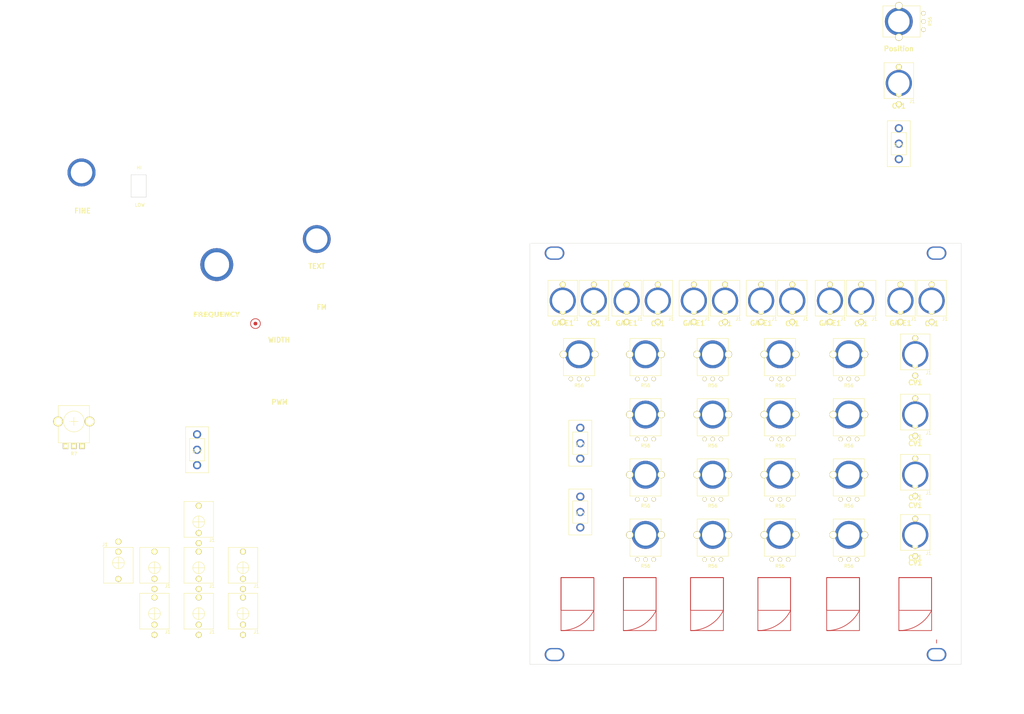
<source format=kicad_pcb>
(kicad_pcb (version 20241229) (generator "pcbnew") (generator_version "9.0")
  (layers (0 "F.Cu" signal) (2 "B.Cu" signal) (13 "F.Paste" user) (15 "B.Paste" user) (5 "F.SilkS" user "F.Silkscreen") (7 "B.SilkS" user "B.Silkscreen") (1 "F.Mask" user) (3 "B.Mask" user) (25 "Edge.Cuts" user))
  (net 0 "")
  (net 1 "-5v")
  (net 2 "Net-(R15-Pad1)")
  (net 3 "5v")
  (net 4 "GNDREF")
  (net 5 "IN1")
  (net 6 "Net-(C1-Pad2)")
  (footprint "Eurocad:jack_pot" (layer "F.Cu") (at 59.5 17.5)
    (property "Reference" "REF**" (hide yes))
    (property "Value" "jack_pot")
    (pad "1" thru_hole circle (at 0 0) (size 8 8) (drill 6.5) (layers "*.Cu" "*.Mask"))
  )
  (footprint "Eurocad:mounting_hole_copy" (layer "F.Cu") (at 7.5 125.5)
    (property "Reference" "REF**" (hide yes))
    (property "Value" "mounting_hole")
    (pad "1" thru_hole oval (at 0 0) (size 6 4) (drill oval 5 3.2) (layers "*.Cu" "*.Mask"))
  )
  (footprint "Eurocad:jack_pot" (layer "F.Cu") (at 97.25 70.616666 -90)
    (property "Reference" "REF**" (hide yes))
    (property "Value" "jack_pot" (hide yes))
    (pad "" thru_hole circle (at 0 0 270) (size 8.5 8.5) (drill 6.5) (layers "*.Cu" "*.Mask"))
  )
  (footprint "Eurocad:jack_pot" (layer "F.Cu") (at 117.5 88.983333)
    (property "Reference" "REF**" (hide yes))
    (property "Value" "jack_pot")
    (pad "1" thru_hole circle (at 0 0) (size 8 8) (drill 6.5) (layers "*.Cu" "*.Mask"))
  )
  (footprint "Eurocad:Alpha9mmPot" (layer "F.Cu") (at 35.25 52.25)
    (property "Reference" "R56" (at 0 9.5 0) (layer "F.SilkS"))
    (property "Value" "potentiometer")
    (pad "" thru_hole circle (at -4.8 0) (size 2.2 2.2) (drill 1.8) (layers "*.Cu" "*.Mask" "F.SilkS"))
    (pad "" thru_hole circle (at 4.8 0) (size 2.2 2.2) (drill 1.8) (layers "*.Cu" "*.Mask" "F.SilkS"))
    (pad "1" thru_hole circle (at -2.5 7.5) (size 1.3 1.3) (drill 1) (layers "*.Cu" "*.Mask" "F.SilkS") (net 1 "-5v"))
    (pad "2" thru_hole circle (at 0 7.5) (size 1.3 1.3) (drill 1) (layers "*.Cu" "*.Mask" "F.SilkS") (net 2 "Net-(R15-Pad1)"))
    (pad "3" thru_hole circle (at 2.5 7.5) (size 1.3 1.3) (drill 1) (layers "*.Cu" "*.Mask" "F.SilkS") (net 3 "5v"))
  )
  (footprint "Eurocad:PJ301M-12" (layer "F.Cu") (at 91.5 17.5)
    (property "Reference" "J1" (at 4.064 5.588 0) (layer "F.SilkS"))
    (property "Value" "PJ301M-12")
    (pad "1" thru_hole circle (at 0 6.48) (size 1.8 1.8) (drill 1.02) (layers "*.Cu" "*.Mask" "F.SilkS"))
    (pad "2" thru_hole circle (at 0 3.38) (size 1.8 1.8) (drill 1.02) (layers "*.Cu" "*.Mask" "F.SilkS"))
    (pad "3" thru_hole circle (at 0 -4.92) (size 1.8 1.8) (drill 1.02) (layers "*.Cu" "*.Mask" "F.SilkS"))
  )
  (footprint "Eurocad:PJ301M-12" (layer "F.Cu") (at 117.5 70.616666)
    (property "Reference" "J1" (at 4.064 5.588 0) (layer "F.SilkS"))
    (property "Value" "PJ301M-12")
    (pad "1" thru_hole circle (at 0 6.48) (size 1.8 1.8) (drill 1.02) (layers "*.Cu" "*.Mask" "F.SilkS"))
    (pad "2" thru_hole circle (at 0 3.38) (size 1.8 1.8) (drill 1.02) (layers "*.Cu" "*.Mask" "F.SilkS"))
    (pad "3" thru_hole circle (at 0 -4.92) (size 1.8 1.8) (drill 1.02) (layers "*.Cu" "*.Mask" "F.SilkS"))
  )
  (footprint "Eurocad:jack_pot" (layer "F.Cu") (at 55.75 33.883333 -90)
    (property "Reference" "REF**" (hide yes))
    (property "Value" "jack_pot" (hide yes))
    (pad "" thru_hole circle (at 0 0 270) (size 8.5 8.5) (drill 6.5) (layers "*.Cu" "*.Mask"))
  )
  (footprint "Eurocad:PJ301M-12" (layer "F.Cu") (at 29.5 17.5)
    (property "Reference" "J1" (at 4.064 5.588 0) (layer "F.SilkS"))
    (property "Value" "PJ301M-12")
    (pad "1" thru_hole circle (at 0 6.48) (size 1.8 1.8) (drill 1.02) (layers "*.Cu" "*.Mask" "F.SilkS"))
    (pad "2" thru_hole circle (at 0 3.38) (size 1.8 1.8) (drill 1.02) (layers "*.Cu" "*.Mask" "F.SilkS"))
    (pad "3" thru_hole circle (at 0 -4.92) (size 1.8 1.8) (drill 1.02) (layers "*.Cu" "*.Mask" "F.SilkS"))
  )
  (footprint "Eurocad:jack_pot" (layer "F.Cu") (at 55.75 52.25 -90)
    (property "Reference" "REF**" (hide yes))
    (property "Value" "jack_pot" (hide yes))
    (pad "" thru_hole circle (at 0 0 270) (size 8.5 8.5) (drill 6.5) (layers "*.Cu" "*.Mask"))
  )
  (footprint "Eurocad:Alpha9mmPot" (layer "F.Cu") (at 112.5 -67.7 90)
    (property "Reference" "R56" (at 0 9.5 90) (layer "F.SilkS"))
    (property "Value" "potentiometer")
    (pad "" thru_hole circle (at -4.8 0 90) (size 2.2 2.2) (drill 1.8) (layers "*.Cu" "*.Mask" "F.SilkS"))
    (pad "" thru_hole circle (at 4.8 0 90) (size 2.2 2.2) (drill 1.8) (layers "*.Cu" "*.Mask" "F.SilkS"))
    (pad "1" thru_hole circle (at -2.5 7.5 90) (size 1.3 1.3) (drill 1) (layers "*.Cu" "*.Mask" "F.SilkS") (net 1 "-5v"))
    (pad "2" thru_hole circle (at 0 7.5 90) (size 1.3 1.3) (drill 1) (layers "*.Cu" "*.Mask" "F.SilkS") (net 2 "Net-(R15-Pad1)"))
    (pad "3" thru_hole circle (at 2.5 7.5 90) (size 1.3 1.3) (drill 1) (layers "*.Cu" "*.Mask" "F.SilkS") (net 3 "5v"))
  )
  (footprint "Eurocad:Alpha9mmPot" (layer "F.Cu") (at 76.25 70.616666)
    (property "Reference" "R56" (at 0 9.5 0) (layer "F.SilkS"))
    (property "Value" "potentiometer")
    (pad "" thru_hole circle (at -4.8 0) (size 2.2 2.2) (drill 1.8) (layers "*.Cu" "*.Mask" "F.SilkS"))
    (pad "" thru_hole circle (at 4.8 0) (size 2.2 2.2) (drill 1.8) (layers "*.Cu" "*.Mask" "F.SilkS"))
    (pad "1" thru_hole circle (at -2.5 7.5) (size 1.3 1.3) (drill 1) (layers "*.Cu" "*.Mask" "F.SilkS") (net 1 "-5v"))
    (pad "2" thru_hole circle (at 0 7.5) (size 1.3 1.3) (drill 1) (layers "*.Cu" "*.Mask" "F.SilkS") (net 2 "Net-(R15-Pad1)"))
    (pad "3" thru_hole circle (at 2.5 7.5) (size 1.3 1.3) (drill 1) (layers "*.Cu" "*.Mask" "F.SilkS") (net 3 "5v"))
  )
  (footprint "Eurocad:Alpha9mmPot" (layer "F.Cu") (at 76.25 33.883333)
    (property "Reference" "R56" (at 0 9.5 0) (layer "F.SilkS"))
    (property "Value" "potentiometer")
    (pad "" thru_hole circle (at -4.8 0) (size 2.2 2.2) (drill 1.8) (layers "*.Cu" "*.Mask" "F.SilkS"))
    (pad "" thru_hole circle (at 4.8 0) (size 2.2 2.2) (drill 1.8) (layers "*.Cu" "*.Mask" "F.SilkS"))
    (pad "1" thru_hole circle (at -2.5 7.5) (size 1.3 1.3) (drill 1) (layers "*.Cu" "*.Mask" "F.SilkS") (net 1 "-5v"))
    (pad "2" thru_hole circle (at 0 7.5) (size 1.3 1.3) (drill 1) (layers "*.Cu" "*.Mask" "F.SilkS") (net 2 "Net-(R15-Pad1)"))
    (pad "3" thru_hole circle (at 2.5 7.5) (size 1.3 1.3) (drill 1) (layers "*.Cu" "*.Mask" "F.SilkS") (net 3 "5v"))
  )
  (footprint "Eurocad:PJ301M-12" (layer "F.Cu") (at 117.5 52.25)
    (property "Reference" "J1" (at 4.064 5.588 0) (layer "F.SilkS"))
    (property "Value" "PJ301M-12")
    (pad "1" thru_hole circle (at 0 6.48) (size 1.8 1.8) (drill 1.02) (layers "*.Cu" "*.Mask" "F.SilkS"))
    (pad "2" thru_hole circle (at 0 3.38) (size 1.8 1.8) (drill 1.02) (layers "*.Cu" "*.Mask" "F.SilkS"))
    (pad "3" thru_hole circle (at 0 -4.92) (size 1.8 1.8) (drill 1.02) (layers "*.Cu" "*.Mask" "F.SilkS"))
  )
  (footprint "Eurocad:jack_pot" (layer "F.Cu") (at 97.25 88.983333 -90)
    (property "Reference" "REF**" (hide yes))
    (property "Value" "jack_pot" (hide yes))
    (pad "" thru_hole circle (at 0 0 270) (size 8.5 8.5) (drill 6.5) (layers "*.Cu" "*.Mask"))
  )
  (footprint "Eurocad:jack_pot" (layer "F.Cu") (at 80 17.5)
    (property "Reference" "REF**" (hide yes))
    (property "Value" "jack_pot")
    (pad "1" thru_hole circle (at 0 0) (size 8 8) (drill 6.5) (layers "*.Cu" "*.Mask"))
  )
  (footprint "scannerFilter:NKK-Switch-1pole" (layer "F.Cu") (at 112.5 -30.4)
    (property "Reference" "SW1" (at 0 0.5 0) (layer "F.SilkS"))
    (property "Value" "NKK-Switches")
    (pad "1" thru_hole circle (at 0 -4.7) (size 2.5 2.5) (drill 1.6) (layers "*.Cu" "*.Mask"))
    (pad "2" thru_hole circle (at 0 0) (size 2.5 2.5) (drill 1.6) (layers "*.Cu" "*.Mask"))
    (pad "3" thru_hole circle (at 0 4.7) (size 2.5 2.5) (drill 1.6) (layers "*.Cu" "*.Mask"))
  )
  (footprint "Eurocad:PJ301M-12" (layer "F.Cu") (at 122.5 17.5)
    (property "Reference" "J1" (at 4.064 5.588 0) (layer "F.SilkS"))
    (property "Value" "PJ301M-12")
    (pad "1" thru_hole circle (at 0 6.48) (size 1.8 1.8) (drill 1.02) (layers "*.Cu" "*.Mask" "F.SilkS"))
    (pad "2" thru_hole circle (at 0 3.38) (size 1.8 1.8) (drill 1.02) (layers "*.Cu" "*.Mask" "F.SilkS"))
    (pad "3" thru_hole circle (at 0 -4.92) (size 1.8 1.8) (drill 1.02) (layers "*.Cu" "*.Mask" "F.SilkS"))
  )
  (footprint "Eurocad:mounting_hole_copy" (layer "F.Cu") (at 7.5 3)
    (property "Reference" "REF**" (hide yes))
    (property "Value" "mounting_hole")
    (pad "1" thru_hole oval (at 0 0) (size 6 4) (drill oval 5 3.2) (layers "*.Cu" "*.Mask"))
  )
  (footprint "Eurocad:mounting_hole_copy" (layer "F.Cu") (at 124 125.5)
    (property "Reference" "REF**" (hide yes))
    (property "Value" "mounting_hole")
    (pad "1" thru_hole oval (at 0 0) (size 6 4) (drill oval 5 3.2) (layers "*.Cu" "*.Mask"))
  )
  (footprint "Eurocad:jack_pot" (layer "F.Cu") (at 10 17.5)
    (property "Reference" "REF**" (hide yes))
    (property "Value" "jack_pot" (hide yes))
    (pad "1" thru_hole circle (at 0 0) (size 8 8) (drill 6.5) (layers "*.Cu" "*.Mask"))
  )
  (footprint "Eurocad:pot_hole_7.5mm" (layer "F.Cu") (at -95.5 6.5)
    (property "Reference" "REF**" (hide yes))
    (property "Value" "pot_hole_7.5mm" (hide yes))
    (pad "1" thru_hole circle (at 0 0) (size 10 10) (drill 7.5) (layers "*.Cu" "*.Mask"))
  )
  (footprint "Eurocad:jack_pot" (layer "F.Cu") (at 15 33.883333 -90)
    (property "Reference" "REF**" (hide yes))
    (property "Value" "jack_pot" (hide yes))
    (pad "" thru_hole circle (at 0 0 270) (size 8.5 8.5) (drill 6.5) (layers "*.Cu" "*.Mask"))
  )
  (footprint "Eurocad:PJ301M-12" (layer "F.Cu") (at -114.5 113)
    (property "Reference" "J1" (at 4.064 5.588 0) (layer "F.SilkS"))
    (property "Value" "PJ301M-12")
    (pad "1" thru_hole circle (at 0 6.48) (size 1.8 1.8) (drill 1.02) (layers "*.Cu" "*.Mask" "F.SilkS"))
    (pad "2" thru_hole circle (at 0 3.38) (size 1.8 1.8) (drill 1.02) (layers "*.Cu" "*.Mask" "F.SilkS"))
    (pad "3" thru_hole circle (at 0 -4.92) (size 1.8 1.8) (drill 1.02) (layers "*.Cu" "*.Mask" "F.SilkS"))
  )
  (footprint "Eurocad:Alpha9mmPot" (layer "F.Cu") (at 76.25 88.983333)
    (property "Reference" "R56" (at 0 9.5 0) (layer "F.SilkS"))
    (property "Value" "potentiometer")
    (pad "" thru_hole circle (at -4.8 0) (size 2.2 2.2) (drill 1.8) (layers "*.Cu" "*.Mask" "F.SilkS"))
    (pad "" thru_hole circle (at 4.8 0) (size 2.2 2.2) (drill 1.8) (layers "*.Cu" "*.Mask" "F.SilkS"))
    (pad "1" thru_hole circle (at -2.5 7.5) (size 1.3 1.3) (drill 1) (layers "*.Cu" "*.Mask" "F.SilkS") (net 1 "-5v"))
    (pad "2" thru_hole circle (at 0 7.5) (size 1.3 1.3) (drill 1) (layers "*.Cu" "*.Mask" "F.SilkS") (net 2 "Net-(R15-Pad1)"))
    (pad "3" thru_hole circle (at 2.5 7.5) (size 1.3 1.3) (drill 1) (layers "*.Cu" "*.Mask" "F.SilkS") (net 3 "5v"))
  )
  (footprint "Eurocad:pot_hole_7.5mm" (layer "F.Cu") (at -95.5 6.5)
    (property "Reference" "REF**" (hide yes))
    (property "Value" "pot_hole_7.5mm" (hide yes))
    (pad "1" thru_hole circle (at 0 0) (size 10 10) (drill 7.5) (layers "*.Cu" "*.Mask"))
  )
  (footprint "Eurocad:jack_pot" (layer "F.Cu") (at 117.5 52.25)
    (property "Reference" "REF**" (hide yes))
    (property "Value" "jack_pot")
    (pad "1" thru_hole circle (at 0 0) (size 8 8) (drill 6.5) (layers "*.Cu" "*.Mask"))
  )
  (footprint "Eurocad:jack_pot" (layer "F.Cu") (at 39 17.5)
    (property "Reference" "REF**" (hide yes))
    (property "Value" "jack_pot")
    (pad "1" thru_hole circle (at 0 0) (size 8 8) (drill 6.5) (layers "*.Cu" "*.Mask"))
  )
  (footprint "Eurocad:jack_pot" (layer "F.Cu") (at 91.5 17.5)
    (property "Reference" "REF**" (hide yes))
    (property "Value" "jack_pot" (hide yes))
    (pad "1" thru_hole circle (at 0 0) (size 8 8) (drill 6.5) (layers "*.Cu" "*.Mask"))
  )
  (footprint "scannerFilter:NKK-Switch-1pole" (layer "F.Cu") (at 15.3625 61)
    (property "Reference" "SW1" (at 0 0.5 0) (layer "F.SilkS"))
    (property "Value" "NKK-Switches")
    (pad "1" thru_hole circle (at 0 -4.7) (size 2.5 2.5) (drill 1.6) (layers "*.Cu" "*.Mask"))
    (pad "2" thru_hole circle (at 0 0) (size 2.5 2.5) (drill 1.6) (layers "*.Cu" "*.Mask"))
    (pad "3" thru_hole circle (at 0 4.7) (size 2.5 2.5) (drill 1.6) (layers "*.Cu" "*.Mask"))
  )
  (footprint "scannerFilter:NKK-Switch-1pole" (layer "F.Cu") (at -101.5 63)
    (property "Reference" "SW1" (at 0 0.5 0) (layer "F.SilkS"))
    (property "Value" "NKK-Switches")
    (pad "1" thru_hole circle (at 0 -4.7) (size 2.5 2.5) (drill 1.6) (layers "*.Cu" "*.Mask"))
    (pad "2" thru_hole circle (at 0 0) (size 2.5 2.5) (drill 1.6) (layers "*.Cu" "*.Mask"))
    (pad "3" thru_hole circle (at 0 4.7) (size 2.5 2.5) (drill 1.6) (layers "*.Cu" "*.Mask"))
  )
  (footprint "Eurocad:Alpha9mmPot" (layer "F.Cu") (at 55.75 70.616666)
    (property "Reference" "R56" (at 0 9.5 0) (layer "F.SilkS"))
    (property "Value" "potentiometer")
    (pad "" thru_hole circle (at -4.8 0) (size 2.2 2.2) (drill 1.8) (layers "*.Cu" "*.Mask" "F.SilkS"))
    (pad "" thru_hole circle (at 4.8 0) (size 2.2 2.2) (drill 1.8) (layers "*.Cu" "*.Mask" "F.SilkS"))
    (pad "1" thru_hole circle (at -2.5 7.5) (size 1.3 1.3) (drill 1) (layers "*.Cu" "*.Mask" "F.SilkS") (net 1 "-5v"))
    (pad "2" thru_hole circle (at 0 7.5) (size 1.3 1.3) (drill 1) (layers "*.Cu" "*.Mask" "F.SilkS") (net 2 "Net-(R15-Pad1)"))
    (pad "3" thru_hole circle (at 2.5 7.5) (size 1.3 1.3) (drill 1) (layers "*.Cu" "*.Mask" "F.SilkS") (net 3 "5v"))
  )
  (footprint "Eurocad:PJ301M-12" (layer "F.Cu") (at 117.5 88.983333)
    (property "Reference" "J1" (at 4.064 5.588 0) (layer "F.SilkS"))
    (property "Value" "PJ301M-12")
    (pad "1" thru_hole circle (at 0 6.48) (size 1.8 1.8) (drill 1.02) (layers "*.Cu" "*.Mask" "F.SilkS"))
    (pad "2" thru_hole circle (at 0 3.38) (size 1.8 1.8) (drill 1.02) (layers "*.Cu" "*.Mask" "F.SilkS"))
    (pad "3" thru_hole circle (at 0 -4.92) (size 1.8 1.8) (drill 1.02) (layers "*.Cu" "*.Mask" "F.SilkS"))
  )
  (footprint "Eurocad:Alpha9mmPot" (layer "F.Cu") (at 55.75 88.983333)
    (property "Reference" "R56" (at 0 9.5 0) (layer "F.SilkS"))
    (property "Value" "potentiometer")
    (pad "" thru_hole circle (at -4.8 0) (size 2.2 2.2) (drill 1.8) (layers "*.Cu" "*.Mask" "F.SilkS"))
    (pad "" thru_hole circle (at 4.8 0) (size 2.2 2.2) (drill 1.8) (layers "*.Cu" "*.Mask" "F.SilkS"))
    (pad "1" thru_hole circle (at -2.5 7.5) (size 1.3 1.3) (drill 1) (layers "*.Cu" "*.Mask" "F.SilkS") (net 1 "-5v"))
    (pad "2" thru_hole circle (at 0 7.5) (size 1.3 1.3) (drill 1) (layers "*.Cu" "*.Mask" "F.SilkS") (net 2 "Net-(R15-Pad1)"))
    (pad "3" thru_hole circle (at 2.5 7.5) (size 1.3 1.3) (drill 1) (layers "*.Cu" "*.Mask" "F.SilkS") (net 3 "5v"))
  )
  (footprint "Eurocad:PJ301M-12" (layer "F.Cu") (at 101 17.5)
    (property "Reference" "J1" (at 4.064 5.588 0) (layer "F.SilkS"))
    (property "Value" "PJ301M-12")
    (pad "1" thru_hole circle (at 0 6.48) (size 1.8 1.8) (drill 1.02) (layers "*.Cu" "*.Mask" "F.SilkS"))
    (pad "2" thru_hole circle (at 0 3.38) (size 1.8 1.8) (drill 1.02) (layers "*.Cu" "*.Mask" "F.SilkS"))
    (pad "3" thru_hole circle (at 0 -4.92) (size 1.8 1.8) (drill 1.02) (layers "*.Cu" "*.Mask" "F.SilkS"))
  )
  (footprint "Eurocad:Alpha9mmPot" (layer "F.Cu") (at 55.75 52.25)
    (property "Reference" "R56" (at 0 9.5 0) (layer "F.SilkS"))
    (property "Value" "potentiometer")
    (pad "" thru_hole circle (at -4.8 0) (size 2.2 2.2) (drill 1.8) (layers "*.Cu" "*.Mask" "F.SilkS"))
    (pad "" thru_hole circle (at 4.8 0) (size 2.2 2.2) (drill 1.8) (layers "*.Cu" "*.Mask" "F.SilkS"))
    (pad "1" thru_hole circle (at -2.5 7.5) (size 1.3 1.3) (drill 1) (layers "*.Cu" "*.Mask" "F.SilkS") (net 1 "-5v"))
    (pad "2" thru_hole circle (at 0 7.5) (size 1.3 1.3) (drill 1) (layers "*.Cu" "*.Mask" "F.SilkS") (net 2 "Net-(R15-Pad1)"))
    (pad "3" thru_hole circle (at 2.5 7.5) (size 1.3 1.3) (drill 1) (layers "*.Cu" "*.Mask" "F.SilkS") (net 3 "5v"))
  )
  (footprint "Eurocad:Alpha9mmPot" (layer "F.Cu") (at 97.25 70.616666)
    (property "Reference" "R56" (at 0 9.5 0) (layer "F.SilkS"))
    (property "Value" "potentiometer")
    (pad "" thru_hole circle (at -4.8 0) (size 2.2 2.2) (drill 1.8) (layers "*.Cu" "*.Mask" "F.SilkS"))
    (pad "" thru_hole circle (at 4.8 0) (size 2.2 2.2) (drill 1.8) (layers "*.Cu" "*.Mask" "F.SilkS"))
    (pad "1" thru_hole circle (at -2.5 7.5) (size 1.3 1.3) (drill 1) (layers "*.Cu" "*.Mask" "F.SilkS") (net 1 "-5v"))
    (pad "2" thru_hole circle (at 0 7.5) (size 1.3 1.3) (drill 1) (layers "*.Cu" "*.Mask" "F.SilkS") (net 2 "Net-(R15-Pad1)"))
    (pad "3" thru_hole circle (at 2.5 7.5) (size 1.3 1.3) (drill 1) (layers "*.Cu" "*.Mask" "F.SilkS") (net 3 "5v"))
  )
  (footprint "Eurocad:PJ301M-12" (layer "F.Cu") (at -101 99)
    (property "Reference" "J1" (at 4.064 5.588 0) (layer "F.SilkS"))
    (property "Value" "PJ301M-12")
    (pad "1" thru_hole circle (at 0 6.48) (size 1.8 1.8) (drill 1.02) (layers "*.Cu" "*.Mask" "F.SilkS"))
    (pad "2" thru_hole circle (at 0 3.38) (size 1.8 1.8) (drill 1.02) (layers "*.Cu" "*.Mask" "F.SilkS"))
    (pad "3" thru_hole circle (at 0 -4.92) (size 1.8 1.8) (drill 1.02) (layers "*.Cu" "*.Mask" "F.SilkS"))
  )
  (footprint "Eurocad:Alpha9mmPot" (layer "F.Cu") (at 76.25 52.25)
    (property "Reference" "R56" (at 0 9.5 0) (layer "F.SilkS"))
    (property "Value" "potentiometer")
    (pad "" thru_hole circle (at -4.8 0) (size 2.2 2.2) (drill 1.8) (layers "*.Cu" "*.Mask" "F.SilkS"))
    (pad "" thru_hole circle (at 4.8 0) (size 2.2 2.2) (drill 1.8) (layers "*.Cu" "*.Mask" "F.SilkS"))
    (pad "1" thru_hole circle (at -2.5 7.5) (size 1.3 1.3) (drill 1) (layers "*.Cu" "*.Mask" "F.SilkS") (net 1 "-5v"))
    (pad "2" thru_hole circle (at 0 7.5) (size 1.3 1.3) (drill 1) (layers "*.Cu" "*.Mask" "F.SilkS") (net 2 "Net-(R15-Pad1)"))
    (pad "3" thru_hole circle (at 2.5 7.5) (size 1.3 1.3) (drill 1) (layers "*.Cu" "*.Mask" "F.SilkS") (net 3 "5v"))
  )
  (footprint "Eurocad:PJ301M-12" (layer "F.Cu") (at -101 85)
    (property "Reference" "J1" (at 4.064 5.588 0) (layer "F.SilkS"))
    (property "Value" "PJ301M-12")
    (pad "1" thru_hole circle (at 0 6.48) (size 1.8 1.8) (drill 1.02) (layers "*.Cu" "*.Mask" "F.SilkS"))
    (pad "2" thru_hole circle (at 0 3.38) (size 1.8 1.8) (drill 1.02) (layers "*.Cu" "*.Mask" "F.SilkS"))
    (pad "3" thru_hole circle (at 0 -4.92) (size 1.8 1.8) (drill 1.02) (layers "*.Cu" "*.Mask" "F.SilkS"))
  )
  (footprint "Eurocad:mounting_hole_copy" (layer "F.Cu") (at 124 3)
    (property "Reference" "REF**" (hide yes))
    (property "Value" "mounting_hole")
    (pad "1" thru_hole oval (at 0 0) (size 6 4) (drill oval 5 3.2) (layers "*.Cu" "*.Mask"))
  )
  (footprint "Eurocad:jack_pot" (layer "F.Cu") (at -136.7375 -21.6125)
    (property "Reference" "REF**" (hide yes))
    (property "Value" "jack_pot" (hide yes))
    (pad "" thru_hole circle (at 0 0) (size 8.5 8.5) (drill 6.5) (layers "*.Cu" "*.Mask"))
  )
  (footprint "Eurocad:Alpha9mmPot" (layer "F.Cu") (at 35.25 70.616666)
    (property "Reference" "R56" (at 0 9.5 0) (layer "F.SilkS"))
    (property "Value" "potentiometer")
    (pad "" thru_hole circle (at -4.8 0) (size 2.2 2.2) (drill 1.8) (layers "*.Cu" "*.Mask" "F.SilkS"))
    (pad "" thru_hole circle (at 4.8 0) (size 2.2 2.2) (drill 1.8) (layers "*.Cu" "*.Mask" "F.SilkS"))
    (pad "1" thru_hole circle (at -2.5 7.5) (size 1.3 1.3) (drill 1) (layers "*.Cu" "*.Mask" "F.SilkS") (net 1 "-5v"))
    (pad "2" thru_hole circle (at 0 7.5) (size 1.3 1.3) (drill 1) (layers "*.Cu" "*.Mask" "F.SilkS") (net 2 "Net-(R15-Pad1)"))
    (pad "3" thru_hole circle (at 2.5 7.5) (size 1.3 1.3) (drill 1) (layers "*.Cu" "*.Mask" "F.SilkS") (net 3 "5v"))
  )
  (footprint "Eurocad:PJ301M-12" (layer "F.Cu") (at -87.5 113)
    (property "Reference" "J1" (at 4.064 5.588 0) (layer "F.SilkS"))
    (property "Value" "PJ301M-12")
    (pad "1" thru_hole circle (at 0 6.48) (size 1.8 1.8) (drill 1.02) (layers "*.Cu" "*.Mask" "F.SilkS"))
    (pad "2" thru_hole circle (at 0 3.38) (size 1.8 1.8) (drill 1.02) (layers "*.Cu" "*.Mask" "F.SilkS"))
    (pad "3" thru_hole circle (at 0 -4.92) (size 1.8 1.8) (drill 1.02) (layers "*.Cu" "*.Mask" "F.SilkS"))
  )
  (footprint "Eurocad:PJ301M-12" (layer "F.Cu") (at 59.5 17.5)
    (property "Reference" "J1" (at 4.064 5.588 0) (layer "F.SilkS"))
    (property "Value" "PJ301M-12")
    (pad "1" thru_hole circle (at 0 6.48) (size 1.8 1.8) (drill 1.02) (layers "*.Cu" "*.Mask" "F.SilkS"))
    (pad "2" thru_hole circle (at 0 3.38) (size 1.8 1.8) (drill 1.02) (layers "*.Cu" "*.Mask" "F.SilkS"))
    (pad "3" thru_hole circle (at 0 -4.92) (size 1.8 1.8) (drill 1.02) (layers "*.Cu" "*.Mask" "F.SilkS"))
  )
  (footprint "Eurocad:PJ301M-12" (layer "F.Cu") (at 19.5 17.5)
    (property "Reference" "J1" (at 4.064 5.588 0) (layer "F.SilkS"))
    (property "Value" "PJ301M-12")
    (pad "1" thru_hole circle (at 0 6.48) (size 1.8 1.8) (drill 1.02) (layers "*.Cu" "*.Mask" "F.SilkS"))
    (pad "2" thru_hole circle (at 0 3.38) (size 1.8 1.8) (drill 1.02) (layers "*.Cu" "*.Mask" "F.SilkS"))
    (pad "3" thru_hole circle (at 0 -4.92) (size 1.8 1.8) (drill 1.02) (layers "*.Cu" "*.Mask" "F.SilkS"))
  )
  (footprint "Eurocad:PJ301M-12" (layer "F.Cu") (at -125.5 97.5 180)
    (property "Reference" "J1" (at 4.064 5.588 0) (layer "F.SilkS"))
    (property "Value" "PJ301M-12")
    (pad "1" thru_hole circle (at 0 6.48 180) (size 1.8 1.8) (drill 1.02) (layers "*.Cu" "*.Mask" "F.SilkS"))
    (pad "2" thru_hole circle (at 0 3.38 180) (size 1.8 1.8) (drill 1.02) (layers "*.Cu" "*.Mask" "F.SilkS"))
    (pad "3" thru_hole circle (at 0 -4.92 180) (size 1.8 1.8) (drill 1.02) (layers "*.Cu" "*.Mask" "F.SilkS"))
  )
  (footprint "Eurocad:PJ301M-12" (layer "F.Cu") (at 112.5 -48.9)
    (property "Reference" "J1" (at 4.064 5.588 0) (layer "F.SilkS"))
    (property "Value" "PJ301M-12")
    (pad "1" thru_hole circle (at 0 6.48) (size 1.8 1.8) (drill 1.02) (layers "*.Cu" "*.Mask" "F.SilkS"))
    (pad "2" thru_hole circle (at 0 3.38) (size 1.8 1.8) (drill 1.02) (layers "*.Cu" "*.Mask" "F.SilkS"))
    (pad "3" thru_hole circle (at 0 -4.92) (size 1.8 1.8) (drill 1.02) (layers "*.Cu" "*.Mask" "F.SilkS"))
  )
  (footprint "scannerFilter:NKK_SWITCH_CUTOUT" (layer "F.Cu") (at -119.325 -17.5)
    (property "Reference" "REF**" (hide yes))
    (property "Value" "NKK_SWITCH_CUTOUT" (hide yes))
    (fp_line (start -2.3 -3.4) (end -2.3 3.4) (stroke (width 0.12)) (layer "Edge.Cuts"))
    (fp_line (start -2.3 3.4) (end 2.3 3.4) (stroke (width 0.12)) (layer "Edge.Cuts"))
    (fp_line (start 2.3 -3.4) (end -2.3 -3.4) (stroke (width 0.12)) (layer "Edge.Cuts"))
    (fp_line (start 2.3 3.4) (end 2.3 -3.4) (stroke (width 0.12)) (layer "Edge.Cuts"))
  )
  (footprint "Eurocad:jack_pot" (layer "F.Cu") (at 76.25 70.616666 -90)
    (property "Reference" "REF**" (hide yes))
    (property "Value" "jack_pot" (hide yes))
    (pad "" thru_hole circle (at 0 0 270) (size 8.5 8.5) (drill 6.5) (layers "*.Cu" "*.Mask"))
  )
  (footprint "Eurocad:jack_pot" (layer "F.Cu") (at 112.5 -48.9)
    (property "Reference" "REF**" (hide yes))
    (property "Value" "jack_pot")
    (pad "1" thru_hole circle (at 0 0) (size 8 8) (drill 6.5) (layers "*.Cu" "*.Mask"))
  )
  (footprint "Eurocad:PJ301M-12" (layer "F.Cu") (at 80 17.5)
    (property "Reference" "J1" (at 4.064 5.588 0) (layer "F.SilkS"))
    (property "Value" "PJ301M-12")
    (pad "1" thru_hole circle (at 0 6.48) (size 1.8 1.8) (drill 1.02) (layers "*.Cu" "*.Mask" "F.SilkS"))
    (pad "2" thru_hole circle (at 0 3.38) (size 1.8 1.8) (drill 1.02) (layers "*.Cu" "*.Mask" "F.SilkS"))
    (pad "3" thru_hole circle (at 0 -4.92) (size 1.8 1.8) (drill 1.02) (layers "*.Cu" "*.Mask" "F.SilkS"))
  )
  (footprint "Eurocad:Alpha9mmPot" (layer "F.Cu") (at 97.25 88.983333)
    (property "Reference" "R56" (at 0 9.5 0) (layer "F.SilkS"))
    (property "Value" "potentiometer")
    (pad "" thru_hole circle (at -4.8 0) (size 2.2 2.2) (drill 1.8) (layers "*.Cu" "*.Mask" "F.SilkS"))
    (pad "" thru_hole circle (at 4.8 0) (size 2.2 2.2) (drill 1.8) (layers "*.Cu" "*.Mask" "F.SilkS"))
    (pad "1" thru_hole circle (at -2.5 7.5) (size 1.3 1.3) (drill 1) (layers "*.Cu" "*.Mask" "F.SilkS") (net 1 "-5v"))
    (pad "2" thru_hole circle (at 0 7.5) (size 1.3 1.3) (drill 1) (layers "*.Cu" "*.Mask" "F.SilkS") (net 2 "Net-(R15-Pad1)"))
    (pad "3" thru_hole circle (at 2.5 7.5) (size 1.3 1.3) (drill 1) (layers "*.Cu" "*.Mask" "F.SilkS") (net 3 "5v"))
  )
  (footprint "Eurocad:Alpha9mmPot" (layer "F.Cu") (at 35.25 88.983333)
    (property "Reference" "R56" (at 0 9.5 0) (layer "F.SilkS"))
    (property "Value" "potentiometer")
    (pad "" thru_hole circle (at -4.8 0) (size 2.2 2.2) (drill 1.8) (layers "*.Cu" "*.Mask" "F.SilkS"))
    (pad "" thru_hole circle (at 4.8 0) (size 2.2 2.2) (drill 1.8) (layers "*.Cu" "*.Mask" "F.SilkS"))
    (pad "1" thru_hole circle (at -2.5 7.5) (size 1.3 1.3) (drill 1) (layers "*.Cu" "*.Mask" "F.SilkS") (net 1 "-5v"))
    (pad "2" thru_hole circle (at 0 7.5) (size 1.3 1.3) (drill 1) (layers "*.Cu" "*.Mask" "F.SilkS") (net 2 "Net-(R15-Pad1)"))
    (pad "3" thru_hole circle (at 2.5 7.5) (size 1.3 1.3) (drill 1) (layers "*.Cu" "*.Mask" "F.SilkS") (net 3 "5v"))
  )
  (footprint "Eurocad:Alpha9mmPot" (layer "F.Cu") (at 15 33.883333)
    (property "Reference" "R56" (at 0 9.5 0) (layer "F.SilkS"))
    (property "Value" "potentiometer")
    (pad "" thru_hole circle (at -4.8 0) (size 2.2 2.2) (drill 1.8) (layers "*.Cu" "*.Mask" "F.SilkS"))
    (pad "" thru_hole circle (at 4.8 0) (size 2.2 2.2) (drill 1.8) (layers "*.Cu" "*.Mask" "F.SilkS"))
    (pad "1" thru_hole circle (at -2.5 7.5) (size 1.3 1.3) (drill 1) (layers "*.Cu" "*.Mask" "F.SilkS") (net 1 "-5v"))
    (pad "2" thru_hole circle (at 0 7.5) (size 1.3 1.3) (drill 1) (layers "*.Cu" "*.Mask" "F.SilkS") (net 2 "Net-(R15-Pad1)"))
    (pad "3" thru_hole circle (at 2.5 7.5) (size 1.3 1.3) (drill 1) (layers "*.Cu" "*.Mask" "F.SilkS") (net 3 "5v"))
  )
  (footprint "Eurocad:Alpha9mmPot" (layer "F.Cu") (at 55.75 33.883333)
    (property "Reference" "R56" (at 0 9.5 0) (layer "F.SilkS"))
    (property "Value" "potentiometer")
    (pad "" thru_hole circle (at -4.8 0) (size 2.2 2.2) (drill 1.8) (layers "*.Cu" "*.Mask" "F.SilkS"))
    (pad "" thru_hole circle (at 4.8 0) (size 2.2 2.2) (drill 1.8) (layers "*.Cu" "*.Mask" "F.SilkS"))
    (pad "1" thru_hole circle (at -2.5 7.5) (size 1.3 1.3) (drill 1) (layers "*.Cu" "*.Mask" "F.SilkS") (net 1 "-5v"))
    (pad "2" thru_hole circle (at 0 7.5) (size 1.3 1.3) (drill 1) (layers "*.Cu" "*.Mask" "F.SilkS") (net 2 "Net-(R15-Pad1)"))
    (pad "3" thru_hole circle (at 2.5 7.5) (size 1.3 1.3) (drill 1) (layers "*.Cu" "*.Mask" "F.SilkS") (net 3 "5v"))
  )
  (footprint "Eurocad:jack_pot" (layer "F.Cu") (at -136.7375 -21.6125)
    (property "Reference" "REF**" (hide yes))
    (property "Value" "jack_pot" (hide yes))
    (pad "" thru_hole circle (at 0 0) (size 8.5 8.5) (drill 6.5) (layers "*.Cu" "*.Mask"))
  )
  (footprint "Eurocad:jack_pot" (layer "F.Cu") (at 76.25 88.983333 -90)
    (property "Reference" "REF**" (hide yes))
    (property "Value" "jack_pot" (hide yes))
    (pad "" thru_hole circle (at 0 0 270) (size 8.5 8.5) (drill 6.5) (layers "*.Cu" "*.Mask"))
  )
  (footprint "Eurocad:jack_pot" (layer "F.Cu") (at 76.25 52.25 -90)
    (property "Reference" "REF**" (hide yes))
    (property "Value" "jack_pot" (hide yes))
    (pad "" thru_hole circle (at 0 0 270) (size 8.5 8.5) (drill 6.5) (layers "*.Cu" "*.Mask"))
  )
  (footprint "Eurocad:jack_pot" (layer "F.Cu") (at 35.25 70.616666 -90)
    (property "Reference" "REF**" (hide yes))
    (property "Value" "jack_pot" (hide yes))
    (pad "" thru_hole circle (at 0 0 270) (size 8.5 8.5) (drill 6.5) (layers "*.Cu" "*.Mask"))
  )
  (footprint "Eurocad:PJ301M-12" (layer "F.Cu") (at 39 17.5)
    (property "Reference" "J1" (at 4.064 5.588 0) (layer "F.SilkS"))
    (property "Value" "PJ301M-12")
    (pad "1" thru_hole circle (at 0 6.48) (size 1.8 1.8) (drill 1.02) (layers "*.Cu" "*.Mask" "F.SilkS"))
    (pad "2" thru_hole circle (at 0 3.38) (size 1.8 1.8) (drill 1.02) (layers "*.Cu" "*.Mask" "F.SilkS"))
    (pad "3" thru_hole circle (at 0 -4.92) (size 1.8 1.8) (drill 1.02) (layers "*.Cu" "*.Mask" "F.SilkS"))
  )
  (footprint "Eurocad:jack_pot" (layer "F.Cu") (at 35.25 33.883333 -90)
    (property "Reference" "REF**" (hide yes))
    (property "Value" "jack_pot" (hide yes))
    (pad "" thru_hole circle (at 0 0 270) (size 8.5 8.5) (drill 6.5) (layers "*.Cu" "*.Mask"))
  )
  (footprint "Eurocad:Plastic_Shaft_Pot_9mm" (layer "F.Cu") (at -139.07 54.3625)
    (property "Reference" "R7" (at 0 9.883685 0) (layer "F.SilkS"))
    (property "Value" "potentiometer_plastic_shaft")
    (pad "" thru_hole circle (at -4.8 0) (size 3 3) (drill 2.2) (layers "*.Cu" "*.Mask" "F.SilkS"))
    (pad "" thru_hole circle (at 4.8 0) (size 3 3) (drill 2.2) (layers "*.Cu" "*.Mask" "F.SilkS"))
    (pad "1" thru_hole rect (at -2.5 7.5) (size 1.7 1.7) (drill 1) (layers "*.Cu" "*.Mask" "F.SilkS") (net 4 "GNDREF"))
    (pad "2" thru_hole rect (at 0 7.5) (size 1.7 1.7) (drill 1) (layers "*.Cu" "*.Mask" "F.SilkS") (net 5 "IN1"))
    (pad "3" thru_hole rect (at 2.5 7.5) (size 1.7 1.7) (drill 1) (layers "*.Cu" "*.Mask" "F.SilkS") (net 6 "Net-(C1-Pad2)"))
  )
  (footprint "Eurocad:jack_pot" (layer "F.Cu") (at 97.25 33.883333 -90)
    (property "Reference" "REF**" (hide yes))
    (property "Value" "jack_pot" (hide yes))
    (pad "" thru_hole circle (at 0 0 270) (size 8.5 8.5) (drill 6.5) (layers "*.Cu" "*.Mask"))
  )
  (footprint "Eurocad:jack_pot" (layer "F.Cu") (at 117.5 33.883333)
    (property "Reference" "REF**" (hide yes))
    (property "Value" "jack_pot")
    (pad "1" thru_hole circle (at 0 0) (size 8 8) (drill 6.5) (layers "*.Cu" "*.Mask"))
  )
  (footprint "Eurocad:jack_pot" (layer "F.Cu") (at 122.5 17.5)
    (property "Reference" "REF**" (hide yes))
    (property "Value" "jack_pot")
    (pad "1" thru_hole circle (at 0 0) (size 8 8) (drill 6.5) (layers "*.Cu" "*.Mask"))
  )
  (footprint "Eurocad:jack_pot" (layer "F.Cu") (at 55.75 88.983333 -90)
    (property "Reference" "REF**" (hide yes))
    (property "Value" "jack_pot" (hide yes))
    (pad "" thru_hole circle (at 0 0 270) (size 8.5 8.5) (drill 6.5) (layers "*.Cu" "*.Mask"))
  )
  (footprint "Eurocad:jack_pot" (layer "F.Cu") (at 97.25 52.25 -90)
    (property "Reference" "REF**" (hide yes))
    (property "Value" "jack_pot" (hide yes))
    (pad "" thru_hole circle (at 0 0 270) (size 8.5 8.5) (drill 6.5) (layers "*.Cu" "*.Mask"))
  )
  (footprint "Eurocad:PJ301M-12" (layer "F.Cu") (at -87.5 99)
    (property "Reference" "J1" (at 4.064 5.588 0) (layer "F.SilkS"))
    (property "Value" "PJ301M-12")
    (pad "1" thru_hole circle (at 0 6.48) (size 1.8 1.8) (drill 1.02) (layers "*.Cu" "*.Mask" "F.SilkS"))
    (pad "2" thru_hole circle (at 0 3.38) (size 1.8 1.8) (drill 1.02) (layers "*.Cu" "*.Mask" "F.SilkS"))
    (pad "3" thru_hole circle (at 0 -4.92) (size 1.8 1.8) (drill 1.02) (layers "*.Cu" "*.Mask" "F.SilkS"))
  )
  (footprint "Eurocad:jack_pot" (layer "F.Cu") (at 101 17.5)
    (property "Reference" "REF**" (hide yes))
    (property "Value" "jack_pot")
    (pad "1" thru_hole circle (at 0 0) (size 8 8) (drill 6.5) (layers "*.Cu" "*.Mask"))
  )
  (footprint "Eurocad:PJ301M-12" (layer "F.Cu") (at 113 17.5)
    (property "Reference" "J1" (at 4.064 5.588 0) (layer "F.SilkS"))
    (property "Value" "PJ301M-12")
    (pad "1" thru_hole circle (at 0 6.48) (size 1.8 1.8) (drill 1.02) (layers "*.Cu" "*.Mask" "F.SilkS"))
    (pad "2" thru_hole circle (at 0 3.38) (size 1.8 1.8) (drill 1.02) (layers "*.Cu" "*.Mask" "F.SilkS"))
    (pad "3" thru_hole circle (at 0 -4.92) (size 1.8 1.8) (drill 1.02) (layers "*.Cu" "*.Mask" "F.SilkS"))
  )
  (footprint "Eurocad:PJ301M-12" (layer "F.Cu") (at 117.5 33.883333)
    (property "Reference" "J1" (at 4.064 5.588 0) (layer "F.SilkS"))
    (property "Value" "PJ301M-12")
    (pad "1" thru_hole circle (at 0 6.48) (size 1.8 1.8) (drill 1.02) (layers "*.Cu" "*.Mask" "F.SilkS"))
    (pad "2" thru_hole circle (at 0 3.38) (size 1.8 1.8) (drill 1.02) (layers "*.Cu" "*.Mask" "F.SilkS"))
    (pad "3" thru_hole circle (at 0 -4.92) (size 1.8 1.8) (drill 1.02) (layers "*.Cu" "*.Mask" "F.SilkS"))
  )
  (footprint "Eurocad:jack_pot" (layer "F.Cu") (at 55.75 70.616666 -90)
    (property "Reference" "REF**" (hide yes))
    (property "Value" "jack_pot" (hide yes))
    (pad "" thru_hole circle (at 0 0 270) (size 8.5 8.5) (drill 6.5) (layers "*.Cu" "*.Mask"))
  )
  (footprint "Eurocad:jack_pot" (layer "F.Cu") (at 19.5 17.5)
    (property "Reference" "REF**" (hide yes))
    (property "Value" "jack_pot")
    (pad "1" thru_hole circle (at 0 0) (size 8 8) (drill 6.5) (layers "*.Cu" "*.Mask"))
  )
  (footprint "Eurocad:PJ301M-12" (layer "F.Cu") (at 10 17.5)
    (property "Reference" "J1" (at 4.064 5.588 0) (layer "F.SilkS"))
    (property "Value" "PJ301M-12")
    (pad "1" thru_hole circle (at 0 6.48) (size 1.8 1.8) (drill 1.02) (layers "*.Cu" "*.Mask" "F.SilkS"))
    (pad "2" thru_hole circle (at 0 3.38) (size 1.8 1.8) (drill 1.02) (layers "*.Cu" "*.Mask" "F.SilkS"))
    (pad "3" thru_hole circle (at 0 -4.92) (size 1.8 1.8) (drill 1.02) (layers "*.Cu" "*.Mask" "F.SilkS"))
  )
  (footprint "Eurocad:Alpha9mmPot" (layer "F.Cu") (at 97.25 52.25)
    (property "Reference" "R56" (at 0 9.5 0) (layer "F.SilkS"))
    (property "Value" "potentiometer")
    (pad "" thru_hole circle (at -4.8 0) (size 2.2 2.2) (drill 1.8) (layers "*.Cu" "*.Mask" "F.SilkS"))
    (pad "" thru_hole circle (at 4.8 0) (size 2.2 2.2) (drill 1.8) (layers "*.Cu" "*.Mask" "F.SilkS"))
    (pad "1" thru_hole circle (at -2.5 7.5) (size 1.3 1.3) (drill 1) (layers "*.Cu" "*.Mask" "F.SilkS") (net 1 "-5v"))
    (pad "2" thru_hole circle (at 0 7.5) (size 1.3 1.3) (drill 1) (layers "*.Cu" "*.Mask" "F.SilkS") (net 2 "Net-(R15-Pad1)"))
    (pad "3" thru_hole circle (at 2.5 7.5) (size 1.3 1.3) (drill 1) (layers "*.Cu" "*.Mask" "F.SilkS") (net 3 "5v"))
  )
  (footprint "Eurocad:jack_pot" (layer "F.Cu") (at 113 17.5)
    (property "Reference" "REF**" (hide yes))
    (property "Value" "jack_pot" (hide yes))
    (pad "1" thru_hole circle (at 0 0) (size 8 8) (drill 6.5) (layers "*.Cu" "*.Mask"))
  )
  (footprint "Eurocad:jack_pot" (layer "F.Cu") (at 35.25 88.983333 -90)
    (property "Reference" "REF**" (hide yes))
    (property "Value" "jack_pot" (hide yes))
    (pad "" thru_hole circle (at 0 0 270) (size 8.5 8.5) (drill 6.5) (layers "*.Cu" "*.Mask"))
  )
  (footprint "Eurocad:Alpha9mmPot" (layer "F.Cu") (at 35.25 33.883333)
    (property "Reference" "R56" (at 0 9.5 0) (layer "F.SilkS"))
    (property "Value" "potentiometer")
    (pad "" thru_hole circle (at -4.8 0) (size 2.2 2.2) (drill 1.8) (layers "*.Cu" "*.Mask" "F.SilkS"))
    (pad "" thru_hole circle (at 4.8 0) (size 2.2 2.2) (drill 1.8) (layers "*.Cu" "*.Mask" "F.SilkS"))
    (pad "1" thru_hole circle (at -2.5 7.5) (size 1.3 1.3) (drill 1) (layers "*.Cu" "*.Mask" "F.SilkS") (net 1 "-5v"))
    (pad "2" thru_hole circle (at 0 7.5) (size 1.3 1.3) (drill 1) (layers "*.Cu" "*.Mask" "F.SilkS") (net 2 "Net-(R15-Pad1)"))
    (pad "3" thru_hole circle (at 2.5 7.5) (size 1.3 1.3) (drill 1) (layers "*.Cu" "*.Mask" "F.SilkS") (net 3 "5v"))
  )
  (footprint "Eurocad:jack_pot" (layer "F.Cu") (at 29.5 17.5)
    (property "Reference" "REF**" (hide yes))
    (property "Value" "jack_pot" (hide yes))
    (pad "1" thru_hole circle (at 0 0) (size 8 8) (drill 6.5) (layers "*.Cu" "*.Mask"))
  )
  (footprint "Eurocad:Alpha9mmPot" (layer "F.Cu") (at 97.25 33.883333)
    (property "Reference" "R56" (at 0 9.5 0) (layer "F.SilkS"))
    (property "Value" "potentiometer")
    (pad "" thru_hole circle (at -4.8 0) (size 2.2 2.2) (drill 1.8) (layers "*.Cu" "*.Mask" "F.SilkS"))
    (pad "" thru_hole circle (at 4.8 0) (size 2.2 2.2) (drill 1.8) (layers "*.Cu" "*.Mask" "F.SilkS"))
    (pad "1" thru_hole circle (at -2.5 7.5) (size 1.3 1.3) (drill 1) (layers "*.Cu" "*.Mask" "F.SilkS") (net 1 "-5v"))
    (pad "2" thru_hole circle (at 0 7.5) (size 1.3 1.3) (drill 1) (layers "*.Cu" "*.Mask" "F.SilkS") (net 2 "Net-(R15-Pad1)"))
    (pad "3" thru_hole circle (at 2.5 7.5) (size 1.3 1.3) (drill 1) (layers "*.Cu" "*.Mask" "F.SilkS") (net 3 "5v"))
  )
  (footprint "Eurocad:jack_pot" (layer "F.Cu") (at 76.25 33.883333 -90)
    (property "Reference" "REF**" (hide yes))
    (property "Value" "jack_pot" (hide yes))
    (pad "" thru_hole circle (at 0 0 270) (size 8.5 8.5) (drill 6.5) (layers "*.Cu" "*.Mask"))
  )
  (footprint "Eurocad:jack_pot" (layer "F.Cu") (at -65 -1.3)
    (property "Reference" "REF**" (hide yes))
    (property "Value" "jack_pot" (hide yes))
    (pad "" thru_hole circle (at 0 0) (size 8.5 8.5) (drill 6.5) (layers "*.Cu" "*.Mask"))
  )
  (footprint "Eurocad:PJ301M-12" (layer "F.Cu") (at -114.5 99)
    (property "Reference" "J1" (at 4.064 5.588 0) (layer "F.SilkS"))
    (property "Value" "PJ301M-12")
    (pad "1" thru_hole circle (at 0 6.48) (size 1.8 1.8) (drill 1.02) (layers "*.Cu" "*.Mask" "F.SilkS"))
    (pad "2" thru_hole circle (at 0 3.38) (size 1.8 1.8) (drill 1.02) (layers "*.Cu" "*.Mask" "F.SilkS"))
    (pad "3" thru_hole circle (at 0 -4.92) (size 1.8 1.8) (drill 1.02) (layers "*.Cu" "*.Mask" "F.SilkS"))
  )
  (footprint "Eurocad:jack_pot" (layer "F.Cu") (at 70.5 17.5)
    (property "Reference" "REF**" (hide yes))
    (property "Value" "jack_pot" (hide yes))
    (pad "1" thru_hole circle (at 0 0) (size 8 8) (drill 6.5) (layers "*.Cu" "*.Mask"))
  )
  (footprint "Eurocad:PJ301M-12" (layer "F.Cu") (at 70.5 17.5)
    (property "Reference" "J1" (at 4.064 5.588 0) (layer "F.SilkS"))
    (property "Value" "PJ301M-12")
    (pad "1" thru_hole circle (at 0 6.48) (size 1.8 1.8) (drill 1.02) (layers "*.Cu" "*.Mask" "F.SilkS"))
    (pad "2" thru_hole circle (at 0 3.38) (size 1.8 1.8) (drill 1.02) (layers "*.Cu" "*.Mask" "F.SilkS"))
    (pad "3" thru_hole circle (at 0 -4.92) (size 1.8 1.8) (drill 1.02) (layers "*.Cu" "*.Mask" "F.SilkS"))
  )
  (footprint "Eurocad:jack_pot" (layer "F.Cu") (at 117.5 70.616666)
    (property "Reference" "REF**" (hide yes))
    (property "Value" "jack_pot")
    (pad "1" thru_hole circle (at 0 0) (size 8 8) (drill 6.5) (layers "*.Cu" "*.Mask"))
  )
  (footprint "scannerFilter:NKK-Switch-1pole" (layer "F.Cu") (at 15.3625 82)
    (property "Reference" "SW1" (at 0 0.5 0) (layer "F.SilkS"))
    (property "Value" "NKK-Switches")
    (pad "1" thru_hole circle (at 0 -4.7) (size 2.5 2.5) (drill 1.6) (layers "*.Cu" "*.Mask"))
    (pad "2" thru_hole circle (at 0 0) (size 2.5 2.5) (drill 1.6) (layers "*.Cu" "*.Mask"))
    (pad "3" thru_hole circle (at 0 4.7) (size 2.5 2.5) (drill 1.6) (layers "*.Cu" "*.Mask"))
  )
  (footprint "Eurocad:PJ301M-12" (layer "F.Cu") (at 50 17.5)
    (property "Reference" "J1" (at 4.064 5.588 0) (layer "F.SilkS"))
    (property "Value" "PJ301M-12")
    (pad "1" thru_hole circle (at 0 6.48) (size 1.8 1.8) (drill 1.02) (layers "*.Cu" "*.Mask" "F.SilkS"))
    (pad "2" thru_hole circle (at 0 3.38) (size 1.8 1.8) (drill 1.02) (layers "*.Cu" "*.Mask" "F.SilkS"))
    (pad "3" thru_hole circle (at 0 -4.92) (size 1.8 1.8) (drill 1.02) (layers "*.Cu" "*.Mask" "F.SilkS"))
  )
  (footprint "Eurocad:jack_pot" (layer "F.Cu") (at 50 17.5)
    (property "Reference" "REF**" (hide yes))
    (property "Value" "jack_pot" (hide yes))
    (pad "1" thru_hole circle (at 0 0) (size 8 8) (drill 6.5) (layers "*.Cu" "*.Mask"))
  )
  (footprint "Eurocad:PJ301M-12" (layer "F.Cu") (at -101 113)
    (property "Reference" "J1" (at 4.064 5.588 0) (layer "F.SilkS"))
    (property "Value" "PJ301M-12")
    (pad "1" thru_hole circle (at 0 6.48) (size 1.8 1.8) (drill 1.02) (layers "*.Cu" "*.Mask" "F.SilkS"))
    (pad "2" thru_hole circle (at 0 3.38) (size 1.8 1.8) (drill 1.02) (layers "*.Cu" "*.Mask" "F.SilkS"))
    (pad "3" thru_hole circle (at 0 -4.92) (size 1.8 1.8) (drill 1.02) (layers "*.Cu" "*.Mask" "F.SilkS"))
  )
  (footprint "Eurocad:jack_pot" (layer "F.Cu") (at 35.25 52.25 -90)
    (property "Reference" "REF**" (hide yes))
    (property "Value" "jack_pot" (hide yes))
    (pad "" thru_hole circle (at 0 0 270) (size 8.5 8.5) (drill 6.5) (layers "*.Cu" "*.Mask"))
  )
  (footprint "Eurocad:jack_pot" (layer "F.Cu") (at 112.5 -67.7)
    (property "Reference" "REF**" (hide yes))
    (property "Value" "jack_pot" (hide yes))
    (pad "" thru_hole circle (at 0 0) (size 8.5 8.5) (drill 6.5) (layers "*.Cu" "*.Mask"))
  )
  (gr_rect (start 90.5 102) (end 100.5 112) (stroke (width 0.2)) (fill no) (layer "F.Cu"))
  (gr_rect (start 28.5 102) (end 38.5 112) (stroke (width 0.2)) (fill no) (layer "F.Cu"))
  (gr_rect (start 9.484647 102) (end 19.484647 112) (stroke (width 0.2)) (fill no) (layer "F.Cu"))
  (gr_rect (start 49 102) (end 59 112) (stroke (width 0.2)) (fill no) (layer "F.Cu"))
  (gr_rect (start 9.484647 102) (end 19.484647 118.17) (stroke (width 0.2)) (fill no) (layer "F.Cu"))
  (gr_arc (start 79.5 112) (mid 75.377853 116.510565) (end 69.5 118.18034) (stroke (width 0.2)) (layer "F.Cu"))
  (gr_rect (start 49 102) (end 59 118.17) (stroke (width 0.2)) (fill no) (layer "F.Cu"))
  (gr_circle (center -83.7 24.5) (end -82.2 24.5) (stroke (width 0.2)) (fill no) (layer "F.Cu"))
  (gr_arc (start 19.484647 112) (mid 15.3625 116.510565) (end 9.484647 118.18034) (stroke (width 0.2)) (layer "F.Cu"))
  (gr_rect (start 112.5 102) (end 122.5 118.17) (stroke (width 0.2)) (fill no) (layer "F.Cu"))
  (gr_circle (center -83.7 24.5) (end -83.2 24.5) (stroke (width 0.15)) (fill yes) (layer "F.Cu"))
  (gr_rect (start 69.5 102) (end 79.5 118.17) (stroke (width 0.2)) (fill no) (layer "F.Cu"))
  (gr_arc (start 59 112) (mid 54.877853 116.510565) (end 49 118.18034) (stroke (width 0.2)) (layer "F.Cu"))
  (gr_rect (start 112.5 102) (end 122.5 112) (stroke (width 0.2)) (fill no) (layer "F.Cu"))
  (gr_line (start 124 121) (end 124 122) (stroke (width 0.2)) (layer "F.Cu"))
  (gr_rect (start 90.5 102) (end 100.5 118.17) (stroke (width 0.2)) (fill no) (layer "F.Cu"))
  (gr_rect (start 28.5 102) (end 38.5 118.17) (stroke (width 0.2)) (fill no) (layer "F.Cu"))
  (gr_arc (start 100.5 112) (mid 96.377853 116.510565) (end 90.5 118.18034) (stroke (width 0.2)) (layer "F.Cu"))
  (gr_rect (start 69.5 102) (end 79.5 112) (stroke (width 0.2)) (fill no) (layer "F.Cu"))
  (gr_arc (start 122.5 112) (mid 118.377853 116.510565) (end 112.5 118.18034) (stroke (width 0.2)) (layer "F.Cu"))
  (gr_arc (start 38.5 112) (mid 34.377853 116.510565) (end 28.5 118.18034) (stroke (width 0.2)) (layer "F.Cu"))
  (gr_line (start 131.5 0) (end 131.5 128.5) (stroke (width 0.1)) (layer "Edge.Cuts"))
  (gr_line (start 0 128.5) (end 131.5 128.5) (stroke (width 0.1)) (layer "Edge.Cuts"))
  (gr_line (start 131.5 0) (end 0.32 0) (stroke (width 0.1)) (layer "Edge.Cuts"))
  (gr_line (start 0 0) (end 0 128.5) (stroke (width 0.1)) (layer "Edge.Cuts"))
  (gr_text "CV1" (at 112.5 -41.9 0) (layer "F.SilkS") (effects (font (size 1.5 1.5) (thickness 0.3) (bold yes))))
  (gr_text "CV1" (at 117.5 61.12 0) (layer "F.SilkS") (effects (font (size 1.5 1.5) (thickness 0.3) (bold yes))))
  (gr_text "CV1" (at 101 24.5 0) (layer "F.SilkS") (effects (font (size 1.5 1.5) (thickness 0.3) (bold yes))))
  (gr_text "GATE1" (at 70.5 24.38 0) (layer "F.SilkS") (effects (font (size 1.5 1.5) (thickness 0.3) (bold yes))))
  (gr_text "CV1" (at 117.5 42.5 0) (layer "F.SilkS") (effects (font (size 1.5 1.5) (thickness 0.3) (bold yes))))
  (gr_text "LOW" (at -118.9625 -11.1 0) (layer "F.SilkS") (effects (font (size 1 1)) (justify bottom)))
  (gr_text "PWM" (at -76.34 48.46 0) (layer "F.SilkS") (effects (font (size 1.5 1.5) (thickness 0.3) (bold yes))))
  (gr_text "CV1" (at 117.5 97.5 0) (layer "F.SilkS") (effects (font (size 1.5 1.5) (thickness 0.3) (bold yes))))
  (gr_text "CV1" (at 117.5 80 0) (layer "F.SilkS") (effects (font (size 1.5 1.5) (thickness 0.3) (bold yes))))
  (gr_text "CV1" (at 39 24.5 0) (layer "F.SilkS") (effects (font (size 1.5 1.5) (thickness 0.3) (bold yes))))
  (gr_text "CV1" (at 122.5 24.5 0) (layer "F.SilkS") (effects (font (size 1.5 1.5) (thickness 0.3) (bold yes))))
  (gr_text "CV1" (at 117.5 77.616666 0) (layer "F.SilkS") (effects (font (size 1.5 1.5) (thickness 0.3) (bold yes))))
  (gr_text "FREQUENCY" (at -95.55 21.8 0) (layer "F.SilkS") (effects (font (size 1.5 1.5) (thickness 0.3) (bold yes))))
  (gr_text "GATE1" (at 91.5 24.38 0) (layer "F.SilkS") (effects (font (size 1.5 1.5) (thickness 0.3) (bold yes))))
  (gr_text "GATE1" (at 29.5 24.38 0) (layer "F.SilkS") (effects (font (size 1.5 1.5) (thickness 0.3) (bold yes))))
  (gr_text "FREQUENCY" (at -95.55 21.8 0) (layer "F.SilkS") (effects (font (size 1.5 1.5) (thickness 0.3) (bold yes))))
  (gr_text "Position\n" (at 112.5 -59.4 0) (layer "F.SilkS") (effects (font (size 1.5 1.5) (thickness 0.3) (bold yes))))
  (gr_text "GATE1" (at 10 24.38 0) (layer "F.SilkS") (effects (font (size 1.5 1.5) (thickness 0.3) (bold yes))))
  (gr_text "CV1" (at 117.5 59.25 0) (layer "F.SilkS") (effects (font (size 1.5 1.5) (thickness 0.3) (bold yes))))
  (gr_text "CV1" (at 19.5 24.5 0) (layer "F.SilkS") (effects (font (size 1.5 1.5) (thickness 0.3) (bold yes))))
  (gr_text "GATE1" (at 113 24.38 0) (layer "F.SilkS") (effects (font (size 1.5 1.5) (thickness 0.3) (bold yes))))
  (gr_text "HI" (at -119.1625 -22.5 0) (layer "F.SilkS") (effects (font (size 1 1)) (justify bottom)))
  (gr_text "CV1" (at 59.5 24.5 0) (layer "F.SilkS") (effects (font (size 1.5 1.5) (thickness 0.3) (bold yes))))
  (gr_text "WIDTH\n" (at -76.5 29.5 0) (layer "F.SilkS") (effects (font (size 1.5 1.5) (thickness 0.3) (bold yes))))
  (gr_text "TEXT" (at -65 7 0) (layer "F.SilkS") (effects (font (size 1.5 1.5) (thickness 0.3) (bold yes))))
  (gr_text "CV1" (at 117.5 42.5 0) (layer "F.SilkS") (effects (font (size 1.5 1.5) (thickness 0.3) (bold yes))))
  (gr_text "FINE\n" (at -136.4375 -9.9 0) (layer "F.SilkS") (effects (font (size 1.5 1.5) (thickness 0.3) (bold yes))))
  (gr_text "CV1" (at 80 24.5 0) (layer "F.SilkS") (effects (font (size 1.5 1.5) (thickness 0.3) (bold yes))))
  (gr_text "CV1" (at 117.5 95.983333 0) (layer "F.SilkS") (effects (font (size 1.5 1.5) (thickness 0.3) (bold yes))))
  (gr_text "GATE1" (at 50 24.38 0) (layer "F.SilkS") (effects (font (size 1.5 1.5) (thickness 0.3) (bold yes))))
  (gr_text "FM" (at -63.5 19.5 0) (layer "F.SilkS") (effects (font (size 1.5 1.5) (thickness 0.3) (bold yes))))
)
</source>
